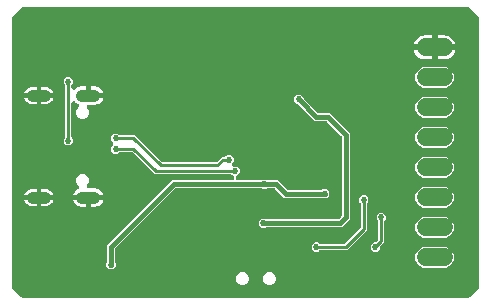
<source format=gbr>
G04 EAGLE Gerber RS-274X export*
G75*
%MOMM*%
%FSLAX34Y34*%
%LPD*%
%INBottom Copper*%
%IPPOS*%
%AMOC8*
5,1,8,0,0,1.08239X$1,22.5*%
G01*
%ADD10C,1.000000*%
%ADD11C,1.050000*%
%ADD12C,1.524000*%
%ADD13C,0.525000*%
%ADD14C,0.250000*%
%ADD15C,0.400000*%
%ADD16C,0.254000*%

G36*
X388388Y2005D02*
X388388Y2005D01*
X388434Y2003D01*
X388587Y2025D01*
X388741Y2041D01*
X388784Y2054D01*
X388829Y2061D01*
X388974Y2113D01*
X389122Y2159D01*
X389162Y2180D01*
X389205Y2196D01*
X389337Y2276D01*
X389473Y2350D01*
X389507Y2380D01*
X389546Y2403D01*
X389757Y2586D01*
X397414Y10243D01*
X397442Y10278D01*
X397476Y10309D01*
X397568Y10433D01*
X397667Y10552D01*
X397688Y10593D01*
X397715Y10629D01*
X397781Y10769D01*
X397853Y10906D01*
X397866Y10949D01*
X397885Y10990D01*
X397922Y11141D01*
X397965Y11289D01*
X397969Y11334D01*
X397980Y11378D01*
X397999Y11657D01*
X397999Y238343D01*
X397995Y238388D01*
X397997Y238434D01*
X397975Y238587D01*
X397959Y238741D01*
X397946Y238784D01*
X397939Y238829D01*
X397887Y238974D01*
X397841Y239122D01*
X397820Y239162D01*
X397804Y239205D01*
X397724Y239337D01*
X397650Y239473D01*
X397620Y239507D01*
X397597Y239546D01*
X397414Y239757D01*
X389757Y247414D01*
X389722Y247442D01*
X389691Y247476D01*
X389567Y247568D01*
X389448Y247667D01*
X389407Y247688D01*
X389371Y247715D01*
X389231Y247781D01*
X389094Y247853D01*
X389051Y247866D01*
X389010Y247885D01*
X388859Y247922D01*
X388711Y247965D01*
X388666Y247969D01*
X388622Y247980D01*
X388343Y247999D01*
X11657Y247999D01*
X11612Y247995D01*
X11566Y247997D01*
X11413Y247975D01*
X11259Y247959D01*
X11216Y247946D01*
X11171Y247939D01*
X11026Y247887D01*
X10878Y247841D01*
X10838Y247820D01*
X10795Y247804D01*
X10663Y247724D01*
X10527Y247650D01*
X10493Y247620D01*
X10454Y247597D01*
X10243Y247414D01*
X2586Y239757D01*
X2558Y239722D01*
X2524Y239691D01*
X2432Y239567D01*
X2333Y239448D01*
X2312Y239407D01*
X2285Y239371D01*
X2219Y239231D01*
X2147Y239094D01*
X2134Y239051D01*
X2115Y239010D01*
X2078Y238859D01*
X2035Y238711D01*
X2031Y238666D01*
X2020Y238622D01*
X2001Y238343D01*
X2001Y11657D01*
X2005Y11612D01*
X2003Y11566D01*
X2025Y11413D01*
X2041Y11259D01*
X2054Y11216D01*
X2061Y11171D01*
X2113Y11026D01*
X2159Y10878D01*
X2180Y10838D01*
X2196Y10795D01*
X2276Y10663D01*
X2350Y10527D01*
X2380Y10493D01*
X2403Y10454D01*
X2586Y10243D01*
X10243Y2586D01*
X10278Y2558D01*
X10309Y2524D01*
X10432Y2432D01*
X10552Y2333D01*
X10593Y2312D01*
X10629Y2285D01*
X10769Y2219D01*
X10906Y2147D01*
X10949Y2134D01*
X10990Y2115D01*
X11141Y2078D01*
X11289Y2035D01*
X11334Y2031D01*
X11378Y2020D01*
X11657Y2001D01*
X388343Y2001D01*
X388388Y2005D01*
G37*
%LPC*%
G36*
X84386Y26104D02*
X84386Y26104D01*
X82104Y28386D01*
X82104Y31614D01*
X82144Y31653D01*
X82172Y31688D01*
X82206Y31719D01*
X82298Y31842D01*
X82397Y31962D01*
X82418Y32003D01*
X82445Y32039D01*
X82511Y32179D01*
X82583Y32316D01*
X82596Y32359D01*
X82615Y32400D01*
X82652Y32551D01*
X82695Y32699D01*
X82699Y32744D01*
X82710Y32788D01*
X82729Y33067D01*
X82729Y46355D01*
X137645Y101271D01*
X188393Y101271D01*
X188408Y101272D01*
X188423Y101271D01*
X188607Y101292D01*
X188791Y101311D01*
X188805Y101315D01*
X188820Y101317D01*
X188996Y101374D01*
X189172Y101429D01*
X189186Y101436D01*
X189200Y101441D01*
X189360Y101531D01*
X189523Y101620D01*
X189534Y101630D01*
X189548Y101638D01*
X189687Y101759D01*
X189828Y101878D01*
X189837Y101890D01*
X189849Y101900D01*
X189962Y102046D01*
X190076Y102191D01*
X190083Y102204D01*
X190092Y102216D01*
X190174Y102382D01*
X190257Y102547D01*
X190261Y102561D01*
X190268Y102575D01*
X190315Y102754D01*
X190364Y102932D01*
X190365Y102947D01*
X190369Y102962D01*
X190379Y103145D01*
X190392Y103330D01*
X190390Y103345D01*
X190390Y103360D01*
X190364Y103542D01*
X190340Y103726D01*
X190335Y103741D01*
X190333Y103756D01*
X190270Y103929D01*
X190210Y104104D01*
X190202Y104117D01*
X190197Y104132D01*
X190101Y104290D01*
X190008Y104449D01*
X189998Y104460D01*
X189990Y104473D01*
X189807Y104684D01*
X188597Y105894D01*
X188562Y105922D01*
X188531Y105956D01*
X188407Y106049D01*
X188288Y106147D01*
X188247Y106168D01*
X188211Y106195D01*
X188071Y106261D01*
X187934Y106333D01*
X187891Y106346D01*
X187850Y106365D01*
X187699Y106402D01*
X187551Y106445D01*
X187506Y106449D01*
X187462Y106460D01*
X187183Y106479D01*
X122956Y106479D01*
X104541Y124894D01*
X104506Y124922D01*
X104476Y124956D01*
X104352Y125048D01*
X104232Y125147D01*
X104192Y125168D01*
X104156Y125195D01*
X104016Y125261D01*
X103879Y125333D01*
X103835Y125346D01*
X103794Y125365D01*
X103644Y125402D01*
X103496Y125445D01*
X103450Y125449D01*
X103406Y125460D01*
X103128Y125479D01*
X93817Y125479D01*
X93772Y125475D01*
X93726Y125477D01*
X93573Y125455D01*
X93419Y125439D01*
X93376Y125426D01*
X93331Y125419D01*
X93185Y125367D01*
X93038Y125321D01*
X92998Y125300D01*
X92955Y125284D01*
X92823Y125204D01*
X92687Y125130D01*
X92653Y125100D01*
X92614Y125077D01*
X92403Y124894D01*
X91614Y124104D01*
X88386Y124104D01*
X86104Y126386D01*
X86104Y129614D01*
X87577Y131086D01*
X87596Y131110D01*
X87619Y131130D01*
X87722Y131264D01*
X87830Y131396D01*
X87844Y131422D01*
X87862Y131446D01*
X87937Y131599D01*
X88016Y131749D01*
X88025Y131778D01*
X88038Y131805D01*
X88081Y131969D01*
X88128Y132132D01*
X88131Y132162D01*
X88139Y132192D01*
X88148Y132360D01*
X88162Y132530D01*
X88159Y132560D01*
X88160Y132590D01*
X88136Y132758D01*
X88116Y132927D01*
X88107Y132956D01*
X88103Y132986D01*
X88045Y133146D01*
X87993Y133307D01*
X87978Y133333D01*
X87967Y133362D01*
X87879Y133506D01*
X87796Y133654D01*
X87776Y133677D01*
X87760Y133703D01*
X87577Y133914D01*
X86104Y135386D01*
X86104Y138614D01*
X88386Y140896D01*
X91614Y140896D01*
X92403Y140106D01*
X92438Y140078D01*
X92469Y140044D01*
X92592Y139952D01*
X92712Y139853D01*
X92753Y139832D01*
X92789Y139805D01*
X92929Y139739D01*
X93066Y139667D01*
X93109Y139654D01*
X93150Y139635D01*
X93301Y139598D01*
X93449Y139555D01*
X93494Y139551D01*
X93538Y139540D01*
X93817Y139521D01*
X106044Y139521D01*
X128459Y117106D01*
X128494Y117078D01*
X128524Y117044D01*
X128648Y116952D01*
X128768Y116853D01*
X128808Y116832D01*
X128844Y116805D01*
X128984Y116739D01*
X129121Y116667D01*
X129165Y116654D01*
X129206Y116635D01*
X129356Y116598D01*
X129504Y116555D01*
X129550Y116551D01*
X129594Y116540D01*
X129872Y116521D01*
X174128Y116521D01*
X174173Y116525D01*
X174218Y116523D01*
X174371Y116545D01*
X174525Y116561D01*
X174568Y116574D01*
X174613Y116581D01*
X174759Y116633D01*
X174907Y116679D01*
X174947Y116700D01*
X174989Y116716D01*
X175121Y116796D01*
X175257Y116870D01*
X175292Y116900D01*
X175331Y116923D01*
X175541Y117106D01*
X179956Y121521D01*
X182183Y121521D01*
X182228Y121525D01*
X182274Y121523D01*
X182427Y121545D01*
X182581Y121561D01*
X182624Y121574D01*
X182669Y121581D01*
X182815Y121633D01*
X182962Y121679D01*
X183002Y121700D01*
X183045Y121716D01*
X183177Y121796D01*
X183313Y121870D01*
X183347Y121900D01*
X183386Y121923D01*
X183597Y122106D01*
X184386Y122896D01*
X187614Y122896D01*
X189896Y120614D01*
X189896Y117386D01*
X188818Y116309D01*
X188809Y116297D01*
X188797Y116287D01*
X188682Y116142D01*
X188565Y115999D01*
X188558Y115986D01*
X188549Y115974D01*
X188465Y115809D01*
X188379Y115646D01*
X188375Y115632D01*
X188368Y115618D01*
X188319Y115441D01*
X188267Y115263D01*
X188265Y115248D01*
X188261Y115233D01*
X188248Y115050D01*
X188233Y114865D01*
X188234Y114850D01*
X188233Y114835D01*
X188257Y114651D01*
X188279Y114468D01*
X188283Y114454D01*
X188285Y114439D01*
X188345Y114263D01*
X188402Y114088D01*
X188410Y114075D01*
X188415Y114061D01*
X188508Y113901D01*
X188599Y113741D01*
X188609Y113729D01*
X188617Y113716D01*
X188740Y113579D01*
X188861Y113439D01*
X188873Y113430D01*
X188883Y113419D01*
X189031Y113309D01*
X189178Y113196D01*
X189192Y113189D01*
X189204Y113180D01*
X189371Y113102D01*
X189537Y113020D01*
X189551Y113017D01*
X189565Y113010D01*
X189745Y112966D01*
X189923Y112920D01*
X189938Y112919D01*
X189953Y112915D01*
X190232Y112896D01*
X192614Y112896D01*
X194896Y110614D01*
X194896Y107386D01*
X192193Y104684D01*
X192183Y104672D01*
X192172Y104662D01*
X192058Y104518D01*
X191940Y104374D01*
X191933Y104361D01*
X191924Y104349D01*
X191840Y104185D01*
X191754Y104021D01*
X191750Y104007D01*
X191743Y103993D01*
X191694Y103816D01*
X191642Y103638D01*
X191640Y103623D01*
X191636Y103608D01*
X191623Y103425D01*
X191608Y103240D01*
X191609Y103225D01*
X191608Y103210D01*
X191632Y103026D01*
X191654Y102843D01*
X191658Y102829D01*
X191660Y102814D01*
X191720Y102638D01*
X191777Y102463D01*
X191785Y102450D01*
X191790Y102436D01*
X191883Y102277D01*
X191974Y102116D01*
X191984Y102104D01*
X191992Y102091D01*
X192115Y101954D01*
X192236Y101814D01*
X192248Y101805D01*
X192258Y101794D01*
X192406Y101684D01*
X192553Y101571D01*
X192567Y101564D01*
X192579Y101555D01*
X192745Y101477D01*
X192912Y101395D01*
X192926Y101392D01*
X192940Y101385D01*
X193120Y101341D01*
X193298Y101295D01*
X193313Y101294D01*
X193328Y101290D01*
X193607Y101271D01*
X212933Y101271D01*
X212978Y101275D01*
X213024Y101273D01*
X213177Y101295D01*
X213331Y101311D01*
X213374Y101324D01*
X213419Y101331D01*
X213565Y101383D01*
X213712Y101429D01*
X213752Y101450D01*
X213795Y101466D01*
X213927Y101546D01*
X214063Y101620D01*
X214097Y101650D01*
X214136Y101673D01*
X214347Y101856D01*
X214386Y101896D01*
X217614Y101896D01*
X217653Y101856D01*
X217688Y101828D01*
X217719Y101794D01*
X217842Y101702D01*
X217962Y101603D01*
X218003Y101582D01*
X218039Y101555D01*
X218179Y101489D01*
X218316Y101417D01*
X218359Y101404D01*
X218400Y101385D01*
X218551Y101348D01*
X218699Y101305D01*
X218744Y101301D01*
X218788Y101290D01*
X219067Y101271D01*
X227355Y101271D01*
X234769Y93856D01*
X234804Y93828D01*
X234835Y93794D01*
X234959Y93702D01*
X235078Y93603D01*
X235119Y93582D01*
X235155Y93555D01*
X235295Y93489D01*
X235432Y93417D01*
X235475Y93404D01*
X235516Y93385D01*
X235667Y93348D01*
X235815Y93305D01*
X235860Y93301D01*
X235904Y93290D01*
X236183Y93271D01*
X263933Y93271D01*
X263978Y93275D01*
X264024Y93273D01*
X264177Y93295D01*
X264331Y93311D01*
X264374Y93324D01*
X264419Y93331D01*
X264564Y93383D01*
X264712Y93429D01*
X264752Y93451D01*
X264795Y93466D01*
X264927Y93546D01*
X265063Y93620D01*
X265098Y93650D01*
X265136Y93673D01*
X265347Y93856D01*
X265386Y93896D01*
X268614Y93896D01*
X270896Y91614D01*
X270896Y88386D01*
X268614Y86104D01*
X265386Y86104D01*
X265347Y86144D01*
X265312Y86172D01*
X265282Y86206D01*
X265158Y86298D01*
X265038Y86396D01*
X264997Y86418D01*
X264961Y86445D01*
X264822Y86510D01*
X264684Y86583D01*
X264641Y86596D01*
X264600Y86615D01*
X264450Y86652D01*
X264301Y86695D01*
X264256Y86699D01*
X264212Y86710D01*
X263933Y86729D01*
X232645Y86729D01*
X225231Y94144D01*
X225196Y94172D01*
X225165Y94206D01*
X225041Y94298D01*
X224922Y94397D01*
X224881Y94418D01*
X224845Y94445D01*
X224705Y94511D01*
X224568Y94583D01*
X224525Y94596D01*
X224484Y94615D01*
X224333Y94652D01*
X224185Y94695D01*
X224140Y94699D01*
X224096Y94710D01*
X223817Y94729D01*
X219067Y94729D01*
X219022Y94725D01*
X218976Y94727D01*
X218823Y94705D01*
X218669Y94689D01*
X218626Y94676D01*
X218581Y94669D01*
X218435Y94617D01*
X218288Y94571D01*
X218248Y94550D01*
X218205Y94534D01*
X218073Y94454D01*
X217937Y94380D01*
X217903Y94350D01*
X217864Y94327D01*
X217653Y94144D01*
X217614Y94104D01*
X214386Y94104D01*
X214347Y94144D01*
X214312Y94172D01*
X214281Y94206D01*
X214158Y94298D01*
X214038Y94397D01*
X213997Y94418D01*
X213961Y94445D01*
X213821Y94511D01*
X213684Y94583D01*
X213641Y94596D01*
X213600Y94615D01*
X213449Y94652D01*
X213301Y94695D01*
X213256Y94699D01*
X213212Y94710D01*
X212933Y94729D01*
X141183Y94729D01*
X141138Y94725D01*
X141092Y94727D01*
X140939Y94705D01*
X140785Y94689D01*
X140742Y94676D01*
X140697Y94669D01*
X140552Y94617D01*
X140404Y94571D01*
X140364Y94550D01*
X140321Y94534D01*
X140189Y94454D01*
X140053Y94380D01*
X140019Y94350D01*
X139980Y94327D01*
X139769Y94144D01*
X89856Y44231D01*
X89828Y44196D01*
X89794Y44165D01*
X89702Y44041D01*
X89603Y43922D01*
X89582Y43881D01*
X89555Y43845D01*
X89489Y43705D01*
X89417Y43568D01*
X89404Y43525D01*
X89385Y43484D01*
X89348Y43333D01*
X89305Y43185D01*
X89301Y43140D01*
X89290Y43096D01*
X89271Y42817D01*
X89271Y33067D01*
X89275Y33022D01*
X89273Y32976D01*
X89295Y32823D01*
X89311Y32669D01*
X89324Y32626D01*
X89331Y32581D01*
X89383Y32435D01*
X89429Y32288D01*
X89450Y32248D01*
X89466Y32205D01*
X89546Y32073D01*
X89620Y31937D01*
X89650Y31903D01*
X89673Y31864D01*
X89856Y31653D01*
X89896Y31614D01*
X89896Y28386D01*
X87614Y26104D01*
X84386Y26104D01*
G37*
%LPD*%
%LPC*%
G36*
X213386Y61104D02*
X213386Y61104D01*
X211104Y63386D01*
X211104Y66614D01*
X213386Y68896D01*
X216614Y68896D01*
X216653Y68856D01*
X216688Y68828D01*
X216719Y68794D01*
X216842Y68702D01*
X216962Y68603D01*
X217003Y68582D01*
X217039Y68555D01*
X217179Y68489D01*
X217316Y68417D01*
X217359Y68404D01*
X217400Y68385D01*
X217551Y68348D01*
X217699Y68305D01*
X217744Y68301D01*
X217788Y68290D01*
X218067Y68271D01*
X277817Y68271D01*
X277862Y68275D01*
X277908Y68273D01*
X278061Y68295D01*
X278215Y68311D01*
X278258Y68324D01*
X278303Y68331D01*
X278448Y68383D01*
X278596Y68429D01*
X278636Y68450D01*
X278679Y68466D01*
X278811Y68546D01*
X278947Y68620D01*
X278981Y68650D01*
X279020Y68673D01*
X279231Y68856D01*
X281144Y70769D01*
X281172Y70804D01*
X281206Y70835D01*
X281298Y70959D01*
X281397Y71078D01*
X281418Y71119D01*
X281445Y71155D01*
X281511Y71295D01*
X281583Y71432D01*
X281596Y71475D01*
X281615Y71516D01*
X281652Y71667D01*
X281695Y71815D01*
X281699Y71860D01*
X281710Y71904D01*
X281729Y72183D01*
X281729Y137817D01*
X281725Y137862D01*
X281727Y137908D01*
X281705Y138061D01*
X281689Y138215D01*
X281676Y138258D01*
X281669Y138303D01*
X281617Y138448D01*
X281571Y138596D01*
X281550Y138636D01*
X281534Y138679D01*
X281454Y138811D01*
X281380Y138947D01*
X281350Y138981D01*
X281327Y139020D01*
X281144Y139231D01*
X269231Y151144D01*
X269196Y151172D01*
X269165Y151206D01*
X269041Y151298D01*
X268922Y151397D01*
X268881Y151418D01*
X268845Y151445D01*
X268705Y151511D01*
X268568Y151583D01*
X268525Y151596D01*
X268484Y151615D01*
X268333Y151652D01*
X268185Y151695D01*
X268140Y151699D01*
X268096Y151710D01*
X267817Y151729D01*
X258645Y151729D01*
X244856Y165519D01*
X244821Y165547D01*
X244790Y165581D01*
X244666Y165673D01*
X244547Y165772D01*
X244506Y165793D01*
X244470Y165820D01*
X244330Y165886D01*
X244193Y165958D01*
X244150Y165971D01*
X244109Y165990D01*
X243958Y166027D01*
X243810Y166070D01*
X243765Y166074D01*
X243721Y166085D01*
X243442Y166104D01*
X243386Y166104D01*
X241104Y168386D01*
X241104Y171614D01*
X243386Y173896D01*
X246614Y173896D01*
X248896Y171614D01*
X248896Y171558D01*
X248900Y171513D01*
X248898Y171467D01*
X248920Y171314D01*
X248936Y171160D01*
X248949Y171117D01*
X248956Y171072D01*
X249008Y170927D01*
X249054Y170779D01*
X249075Y170739D01*
X249091Y170696D01*
X249171Y170564D01*
X249245Y170428D01*
X249275Y170394D01*
X249298Y170355D01*
X249481Y170144D01*
X260769Y158856D01*
X260804Y158828D01*
X260835Y158794D01*
X260959Y158702D01*
X261078Y158603D01*
X261119Y158582D01*
X261155Y158555D01*
X261295Y158489D01*
X261432Y158417D01*
X261475Y158404D01*
X261516Y158385D01*
X261667Y158348D01*
X261815Y158305D01*
X261860Y158301D01*
X261904Y158290D01*
X262183Y158271D01*
X271355Y158271D01*
X288271Y141355D01*
X288271Y68645D01*
X281355Y61729D01*
X218067Y61729D01*
X218022Y61725D01*
X217976Y61727D01*
X217823Y61705D01*
X217669Y61689D01*
X217626Y61676D01*
X217581Y61669D01*
X217435Y61617D01*
X217288Y61571D01*
X217248Y61550D01*
X217205Y61534D01*
X217073Y61454D01*
X216937Y61380D01*
X216903Y61350D01*
X216864Y61327D01*
X216653Y61144D01*
X216614Y61104D01*
X213386Y61104D01*
G37*
%LPD*%
%LPC*%
G36*
X48386Y131104D02*
X48386Y131104D01*
X46104Y133386D01*
X46104Y136614D01*
X46874Y137383D01*
X46902Y137418D01*
X46936Y137449D01*
X47028Y137572D01*
X47127Y137692D01*
X47148Y137733D01*
X47175Y137769D01*
X47241Y137909D01*
X47313Y138046D01*
X47326Y138089D01*
X47345Y138130D01*
X47382Y138281D01*
X47425Y138429D01*
X47429Y138474D01*
X47440Y138518D01*
X47459Y138797D01*
X47459Y181203D01*
X47455Y181248D01*
X47457Y181294D01*
X47435Y181447D01*
X47419Y181601D01*
X47406Y181644D01*
X47399Y181689D01*
X47347Y181835D01*
X47301Y181982D01*
X47280Y182022D01*
X47264Y182065D01*
X47184Y182197D01*
X47110Y182333D01*
X47080Y182367D01*
X47057Y182406D01*
X46874Y182617D01*
X46104Y183386D01*
X46104Y186614D01*
X48386Y188896D01*
X51614Y188896D01*
X53896Y186614D01*
X53896Y183386D01*
X53126Y182617D01*
X53098Y182582D01*
X53064Y182551D01*
X52972Y182428D01*
X52873Y182308D01*
X52852Y182267D01*
X52825Y182231D01*
X52759Y182091D01*
X52687Y181954D01*
X52674Y181911D01*
X52655Y181870D01*
X52618Y181719D01*
X52575Y181571D01*
X52571Y181526D01*
X52560Y181482D01*
X52541Y181203D01*
X52541Y180035D01*
X52542Y180020D01*
X52541Y180005D01*
X52562Y179821D01*
X52581Y179638D01*
X52585Y179623D01*
X52587Y179608D01*
X52644Y179432D01*
X52699Y179256D01*
X52706Y179243D01*
X52711Y179228D01*
X52802Y179068D01*
X52890Y178906D01*
X52900Y178894D01*
X52908Y178881D01*
X53029Y178741D01*
X53148Y178600D01*
X53160Y178591D01*
X53170Y178579D01*
X53316Y178467D01*
X53461Y178352D01*
X53474Y178345D01*
X53486Y178336D01*
X53652Y178255D01*
X53817Y178171D01*
X53831Y178167D01*
X53845Y178160D01*
X54025Y178114D01*
X54202Y178065D01*
X54217Y178064D01*
X54232Y178060D01*
X54416Y178050D01*
X54600Y178037D01*
X54615Y178039D01*
X54630Y178038D01*
X54813Y178065D01*
X54996Y178089D01*
X55011Y178094D01*
X55026Y178096D01*
X55199Y178158D01*
X55374Y178218D01*
X55387Y178226D01*
X55402Y178231D01*
X55560Y178327D01*
X55719Y178420D01*
X55730Y178430D01*
X55743Y178438D01*
X55954Y178621D01*
X56584Y179251D01*
X57860Y180104D01*
X59277Y180691D01*
X60783Y180991D01*
X64801Y180991D01*
X64801Y173200D01*
X64804Y173170D01*
X64801Y173140D01*
X64824Y172972D01*
X64840Y172803D01*
X64849Y172774D01*
X64853Y172744D01*
X64908Y172584D01*
X64959Y172421D01*
X64973Y172395D01*
X64983Y172366D01*
X65069Y172220D01*
X65150Y172071D01*
X65170Y172048D01*
X65185Y172022D01*
X65298Y171895D01*
X65408Y171765D01*
X65432Y171746D01*
X65452Y171724D01*
X65588Y171622D01*
X65721Y171517D01*
X65748Y171503D01*
X65772Y171485D01*
X65926Y171413D01*
X66077Y171336D01*
X66106Y171328D01*
X66134Y171315D01*
X66299Y171275D01*
X66462Y171229D01*
X66492Y171227D01*
X66522Y171220D01*
X66800Y171201D01*
X79596Y171201D01*
X79541Y170927D01*
X78954Y169510D01*
X78101Y168234D01*
X77016Y167149D01*
X75740Y166296D01*
X74323Y165709D01*
X72817Y165409D01*
X67543Y165409D01*
X67528Y165408D01*
X67513Y165409D01*
X67328Y165388D01*
X67146Y165369D01*
X67131Y165365D01*
X67116Y165363D01*
X66940Y165306D01*
X66764Y165251D01*
X66751Y165244D01*
X66736Y165239D01*
X66576Y165149D01*
X66414Y165060D01*
X66402Y165050D01*
X66389Y165042D01*
X66249Y164921D01*
X66108Y164802D01*
X66099Y164790D01*
X66087Y164780D01*
X65975Y164634D01*
X65860Y164489D01*
X65853Y164476D01*
X65844Y164464D01*
X65763Y164298D01*
X65679Y164133D01*
X65675Y164118D01*
X65668Y164105D01*
X65622Y163926D01*
X65573Y163748D01*
X65571Y163733D01*
X65568Y163718D01*
X65558Y163534D01*
X65545Y163350D01*
X65547Y163335D01*
X65546Y163319D01*
X65572Y163137D01*
X65597Y162954D01*
X65601Y162939D01*
X65604Y162924D01*
X65667Y162749D01*
X65726Y162576D01*
X65734Y162563D01*
X65739Y162548D01*
X65835Y162390D01*
X65928Y162231D01*
X65938Y162220D01*
X65946Y162207D01*
X66129Y161996D01*
X66251Y161874D01*
X67051Y159944D01*
X67051Y157856D01*
X66251Y155926D01*
X64774Y154449D01*
X62844Y153649D01*
X60756Y153649D01*
X58826Y154449D01*
X57349Y155926D01*
X56549Y157856D01*
X56549Y159944D01*
X57349Y161874D01*
X58509Y163035D01*
X58523Y163052D01*
X58541Y163067D01*
X58650Y163208D01*
X58762Y163344D01*
X58773Y163364D01*
X58787Y163382D01*
X58866Y163541D01*
X58948Y163697D01*
X58955Y163719D01*
X58965Y163740D01*
X59011Y163910D01*
X59061Y164081D01*
X59063Y164103D01*
X59068Y164125D01*
X59079Y164301D01*
X59095Y164479D01*
X59092Y164501D01*
X59093Y164524D01*
X59069Y164699D01*
X59049Y164875D01*
X59042Y164897D01*
X59038Y164920D01*
X58980Y165087D01*
X58925Y165255D01*
X58914Y165275D01*
X58906Y165296D01*
X58816Y165448D01*
X58728Y165603D01*
X58713Y165620D01*
X58701Y165639D01*
X58582Y165771D01*
X58466Y165904D01*
X58448Y165918D01*
X58433Y165935D01*
X58290Y166040D01*
X58149Y166148D01*
X58129Y166158D01*
X58110Y166171D01*
X57861Y166296D01*
X57860Y166296D01*
X56584Y167149D01*
X55954Y167779D01*
X55942Y167788D01*
X55932Y167800D01*
X55787Y167914D01*
X55644Y168031D01*
X55631Y168038D01*
X55619Y168048D01*
X55454Y168132D01*
X55291Y168218D01*
X55277Y168222D01*
X55263Y168229D01*
X55086Y168278D01*
X54908Y168330D01*
X54893Y168331D01*
X54878Y168335D01*
X54695Y168348D01*
X54510Y168364D01*
X54495Y168362D01*
X54480Y168363D01*
X54296Y168339D01*
X54113Y168318D01*
X54099Y168313D01*
X54084Y168311D01*
X53909Y168251D01*
X53733Y168194D01*
X53720Y168187D01*
X53706Y168182D01*
X53547Y168088D01*
X53386Y167997D01*
X53374Y167987D01*
X53361Y167980D01*
X53224Y167857D01*
X53084Y167735D01*
X53075Y167723D01*
X53064Y167713D01*
X52954Y167566D01*
X52841Y167419D01*
X52834Y167405D01*
X52825Y167393D01*
X52747Y167226D01*
X52665Y167060D01*
X52662Y167045D01*
X52655Y167031D01*
X52611Y166852D01*
X52565Y166673D01*
X52564Y166658D01*
X52560Y166643D01*
X52541Y166365D01*
X52541Y138797D01*
X52545Y138752D01*
X52543Y138706D01*
X52565Y138553D01*
X52581Y138399D01*
X52594Y138356D01*
X52601Y138311D01*
X52653Y138165D01*
X52699Y138018D01*
X52720Y137978D01*
X52736Y137935D01*
X52816Y137803D01*
X52890Y137667D01*
X52920Y137633D01*
X52943Y137594D01*
X53126Y137383D01*
X53896Y136614D01*
X53896Y133386D01*
X51614Y131104D01*
X48386Y131104D01*
G37*
%LPD*%
%LPC*%
G36*
X350612Y179609D02*
X350612Y179609D01*
X347344Y180963D01*
X344843Y183464D01*
X343489Y186732D01*
X343489Y190268D01*
X344843Y193536D01*
X347344Y196037D01*
X350612Y197391D01*
X369388Y197391D01*
X372656Y196037D01*
X375157Y193536D01*
X376511Y190268D01*
X376511Y186732D01*
X375157Y183464D01*
X372656Y180963D01*
X369388Y179609D01*
X350612Y179609D01*
G37*
%LPD*%
%LPC*%
G36*
X350612Y154209D02*
X350612Y154209D01*
X347344Y155563D01*
X344843Y158064D01*
X343489Y161332D01*
X343489Y164868D01*
X344843Y168136D01*
X347344Y170637D01*
X350612Y171991D01*
X369388Y171991D01*
X372656Y170637D01*
X375157Y168136D01*
X376511Y164868D01*
X376511Y161332D01*
X375157Y158064D01*
X372656Y155563D01*
X369388Y154209D01*
X350612Y154209D01*
G37*
%LPD*%
%LPC*%
G36*
X350612Y128809D02*
X350612Y128809D01*
X347344Y130163D01*
X344843Y132664D01*
X343489Y135932D01*
X343489Y139468D01*
X344843Y142736D01*
X347344Y145237D01*
X350612Y146591D01*
X369388Y146591D01*
X372656Y145237D01*
X375157Y142736D01*
X376511Y139468D01*
X376511Y135932D01*
X375157Y132664D01*
X372656Y130163D01*
X369388Y128809D01*
X350612Y128809D01*
G37*
%LPD*%
%LPC*%
G36*
X350612Y103409D02*
X350612Y103409D01*
X347344Y104763D01*
X344843Y107264D01*
X343489Y110532D01*
X343489Y114068D01*
X344843Y117336D01*
X347344Y119837D01*
X350612Y121191D01*
X369388Y121191D01*
X372656Y119837D01*
X375157Y117336D01*
X376511Y114068D01*
X376511Y110532D01*
X375157Y107264D01*
X372656Y104763D01*
X369388Y103409D01*
X350612Y103409D01*
G37*
%LPD*%
%LPC*%
G36*
X350612Y78009D02*
X350612Y78009D01*
X347344Y79363D01*
X344843Y81864D01*
X343489Y85132D01*
X343489Y88668D01*
X344843Y91936D01*
X347344Y94437D01*
X350612Y95791D01*
X369388Y95791D01*
X372656Y94437D01*
X375157Y91936D01*
X376511Y88668D01*
X376511Y85132D01*
X375157Y81864D01*
X372656Y79363D01*
X369388Y78009D01*
X350612Y78009D01*
G37*
%LPD*%
%LPC*%
G36*
X350612Y52609D02*
X350612Y52609D01*
X347344Y53963D01*
X344843Y56464D01*
X343489Y59732D01*
X343489Y63268D01*
X344843Y66536D01*
X347344Y69037D01*
X350612Y70391D01*
X369388Y70391D01*
X372656Y69037D01*
X375157Y66536D01*
X376511Y63268D01*
X376511Y59732D01*
X375157Y56464D01*
X372656Y53963D01*
X369388Y52609D01*
X350612Y52609D01*
G37*
%LPD*%
%LPC*%
G36*
X350612Y27209D02*
X350612Y27209D01*
X347344Y28563D01*
X344843Y31064D01*
X343489Y34332D01*
X343489Y37868D01*
X344843Y41136D01*
X347344Y43637D01*
X350612Y44991D01*
X369388Y44991D01*
X372656Y43637D01*
X375157Y41136D01*
X376511Y37868D01*
X376511Y34332D01*
X375157Y31064D01*
X372656Y28563D01*
X369388Y27209D01*
X350612Y27209D01*
G37*
%LPD*%
%LPC*%
G36*
X258386Y41104D02*
X258386Y41104D01*
X256104Y43386D01*
X256104Y46614D01*
X258386Y48896D01*
X261614Y48896D01*
X262383Y48126D01*
X262418Y48098D01*
X262449Y48064D01*
X262572Y47972D01*
X262692Y47873D01*
X262733Y47852D01*
X262769Y47825D01*
X262909Y47759D01*
X263046Y47687D01*
X263089Y47674D01*
X263130Y47655D01*
X263281Y47618D01*
X263429Y47575D01*
X263474Y47571D01*
X263518Y47560D01*
X263797Y47541D01*
X283119Y47541D01*
X283165Y47545D01*
X283210Y47543D01*
X283363Y47565D01*
X283517Y47581D01*
X283560Y47594D01*
X283605Y47601D01*
X283751Y47653D01*
X283898Y47699D01*
X283938Y47720D01*
X283981Y47736D01*
X284113Y47816D01*
X284249Y47890D01*
X284284Y47920D01*
X284322Y47943D01*
X284533Y48126D01*
X296874Y60467D01*
X296902Y60502D01*
X296936Y60532D01*
X297028Y60656D01*
X297127Y60776D01*
X297148Y60816D01*
X297175Y60853D01*
X297241Y60993D01*
X297313Y61129D01*
X297326Y61173D01*
X297345Y61214D01*
X297382Y61364D01*
X297425Y61513D01*
X297429Y61558D01*
X297440Y61602D01*
X297459Y61881D01*
X297459Y81203D01*
X297455Y81248D01*
X297457Y81294D01*
X297435Y81447D01*
X297419Y81601D01*
X297406Y81644D01*
X297399Y81689D01*
X297347Y81835D01*
X297301Y81982D01*
X297280Y82022D01*
X297264Y82065D01*
X297184Y82197D01*
X297110Y82333D01*
X297080Y82367D01*
X297057Y82406D01*
X296874Y82617D01*
X296104Y83386D01*
X296104Y86614D01*
X298386Y88896D01*
X301614Y88896D01*
X303896Y86614D01*
X303896Y83386D01*
X303126Y82617D01*
X303098Y82582D01*
X303064Y82551D01*
X302972Y82428D01*
X302873Y82308D01*
X302852Y82267D01*
X302825Y82231D01*
X302759Y82091D01*
X302687Y81954D01*
X302674Y81911D01*
X302655Y81870D01*
X302618Y81719D01*
X302575Y81571D01*
X302571Y81526D01*
X302560Y81482D01*
X302541Y81203D01*
X302541Y58948D01*
X286052Y42459D01*
X263797Y42459D01*
X263752Y42455D01*
X263706Y42457D01*
X263553Y42435D01*
X263399Y42419D01*
X263356Y42406D01*
X263311Y42399D01*
X263165Y42347D01*
X263018Y42301D01*
X262978Y42280D01*
X262935Y42264D01*
X262803Y42184D01*
X262667Y42110D01*
X262633Y42080D01*
X262594Y42057D01*
X262383Y41874D01*
X261614Y41104D01*
X258386Y41104D01*
G37*
%LPD*%
%LPC*%
G36*
X66800Y88799D02*
X66800Y88799D01*
X54004Y88799D01*
X54059Y89073D01*
X54646Y90490D01*
X55499Y91766D01*
X56584Y92851D01*
X57860Y93704D01*
X57861Y93704D01*
X57881Y93715D01*
X57902Y93722D01*
X58057Y93810D01*
X58212Y93893D01*
X58230Y93908D01*
X58250Y93919D01*
X58384Y94036D01*
X58520Y94148D01*
X58534Y94166D01*
X58551Y94181D01*
X58659Y94322D01*
X58770Y94460D01*
X58781Y94480D01*
X58795Y94498D01*
X58873Y94657D01*
X58954Y94814D01*
X58960Y94836D01*
X58970Y94857D01*
X59015Y95027D01*
X59063Y95198D01*
X59065Y95221D01*
X59071Y95243D01*
X59080Y95419D01*
X59094Y95597D01*
X59091Y95619D01*
X59093Y95642D01*
X59067Y95816D01*
X59045Y95993D01*
X59038Y96015D01*
X59035Y96037D01*
X58975Y96203D01*
X58919Y96372D01*
X58907Y96392D01*
X58900Y96413D01*
X58808Y96564D01*
X58719Y96718D01*
X58704Y96735D01*
X58692Y96754D01*
X58509Y96965D01*
X57349Y98126D01*
X56549Y100056D01*
X56549Y102144D01*
X57349Y104074D01*
X58826Y105551D01*
X60756Y106351D01*
X62844Y106351D01*
X64774Y105551D01*
X66251Y104074D01*
X67051Y102144D01*
X67051Y100056D01*
X66251Y98126D01*
X66129Y98004D01*
X66120Y97992D01*
X66108Y97982D01*
X65993Y97837D01*
X65877Y97694D01*
X65870Y97681D01*
X65860Y97669D01*
X65776Y97503D01*
X65690Y97341D01*
X65686Y97327D01*
X65679Y97313D01*
X65629Y97134D01*
X65578Y96958D01*
X65577Y96943D01*
X65573Y96928D01*
X65560Y96744D01*
X65544Y96560D01*
X65546Y96545D01*
X65545Y96530D01*
X65569Y96347D01*
X65590Y96163D01*
X65595Y96149D01*
X65597Y96134D01*
X65656Y95959D01*
X65714Y95783D01*
X65721Y95770D01*
X65726Y95756D01*
X65820Y95596D01*
X65911Y95436D01*
X65921Y95424D01*
X65928Y95411D01*
X66052Y95274D01*
X66173Y95134D01*
X66185Y95125D01*
X66195Y95114D01*
X66343Y95003D01*
X66489Y94891D01*
X66503Y94884D01*
X66515Y94875D01*
X66682Y94797D01*
X66848Y94715D01*
X66863Y94712D01*
X66876Y94705D01*
X67056Y94661D01*
X67235Y94615D01*
X67250Y94614D01*
X67264Y94610D01*
X67543Y94591D01*
X72817Y94591D01*
X74323Y94291D01*
X75740Y93704D01*
X77016Y92851D01*
X78101Y91766D01*
X78954Y90490D01*
X79541Y89073D01*
X79596Y88799D01*
X66800Y88799D01*
X66800Y88799D01*
G37*
%LPD*%
%LPC*%
G36*
X308386Y41104D02*
X308386Y41104D01*
X306104Y43386D01*
X306104Y46614D01*
X308386Y48896D01*
X309503Y48896D01*
X309548Y48900D01*
X309593Y48898D01*
X309746Y48920D01*
X309900Y48936D01*
X309943Y48949D01*
X309988Y48956D01*
X310134Y49008D01*
X310282Y49054D01*
X310322Y49075D01*
X310364Y49091D01*
X310496Y49171D01*
X310632Y49245D01*
X310667Y49275D01*
X310706Y49298D01*
X310916Y49481D01*
X311894Y50459D01*
X311922Y50494D01*
X311956Y50524D01*
X312048Y50648D01*
X312147Y50768D01*
X312168Y50808D01*
X312195Y50844D01*
X312261Y50984D01*
X312333Y51121D01*
X312346Y51165D01*
X312365Y51206D01*
X312402Y51356D01*
X312445Y51504D01*
X312449Y51550D01*
X312460Y51594D01*
X312479Y51872D01*
X312479Y66183D01*
X312475Y66228D01*
X312477Y66274D01*
X312455Y66427D01*
X312439Y66581D01*
X312426Y66624D01*
X312419Y66669D01*
X312367Y66815D01*
X312321Y66962D01*
X312300Y67002D01*
X312284Y67045D01*
X312204Y67177D01*
X312130Y67313D01*
X312100Y67347D01*
X312077Y67386D01*
X311894Y67597D01*
X311104Y68386D01*
X311104Y71614D01*
X313386Y73896D01*
X316614Y73896D01*
X318896Y71614D01*
X318896Y68386D01*
X318106Y67597D01*
X318078Y67562D01*
X318044Y67531D01*
X317952Y67408D01*
X317853Y67288D01*
X317832Y67247D01*
X317805Y67211D01*
X317739Y67071D01*
X317667Y66934D01*
X317654Y66891D01*
X317635Y66850D01*
X317598Y66699D01*
X317555Y66551D01*
X317551Y66506D01*
X317540Y66462D01*
X317521Y66183D01*
X317521Y48956D01*
X314481Y45916D01*
X314453Y45881D01*
X314419Y45851D01*
X314327Y45727D01*
X314228Y45607D01*
X314207Y45567D01*
X314180Y45531D01*
X314114Y45391D01*
X314042Y45254D01*
X314029Y45210D01*
X314010Y45169D01*
X313973Y45019D01*
X313930Y44871D01*
X313926Y44825D01*
X313915Y44781D01*
X313896Y44503D01*
X313896Y43386D01*
X311614Y41104D01*
X308386Y41104D01*
G37*
%LPD*%
%LPC*%
G36*
X219406Y12499D02*
X219406Y12499D01*
X217384Y13337D01*
X215837Y14884D01*
X214999Y16906D01*
X214999Y19094D01*
X215837Y21116D01*
X217384Y22663D01*
X219406Y23501D01*
X221594Y23501D01*
X223616Y22663D01*
X225163Y21116D01*
X226001Y19094D01*
X226001Y16906D01*
X225163Y14884D01*
X223616Y13337D01*
X221594Y12499D01*
X219406Y12499D01*
G37*
%LPD*%
%LPC*%
G36*
X196406Y12499D02*
X196406Y12499D01*
X194384Y13337D01*
X192837Y14884D01*
X191999Y16906D01*
X191999Y19094D01*
X192837Y21116D01*
X194384Y22663D01*
X196406Y23501D01*
X198594Y23501D01*
X200616Y22663D01*
X202163Y21116D01*
X203001Y19094D01*
X203001Y16906D01*
X202163Y14884D01*
X200616Y13337D01*
X198594Y12499D01*
X196406Y12499D01*
G37*
%LPD*%
%LPC*%
G36*
X362539Y216439D02*
X362539Y216439D01*
X362539Y224061D01*
X368420Y224061D01*
X369999Y223811D01*
X371520Y223316D01*
X372945Y222590D01*
X374239Y221650D01*
X375370Y220519D01*
X376310Y219225D01*
X377036Y217800D01*
X377479Y216439D01*
X362539Y216439D01*
G37*
%LPD*%
%LPC*%
G36*
X342521Y216439D02*
X342521Y216439D01*
X342964Y217800D01*
X343690Y219225D01*
X344630Y220519D01*
X345761Y221650D01*
X347055Y222590D01*
X348480Y223316D01*
X350001Y223811D01*
X351580Y224061D01*
X357461Y224061D01*
X357461Y216439D01*
X342521Y216439D01*
G37*
%LPD*%
%LPC*%
G36*
X362539Y203739D02*
X362539Y203739D01*
X362539Y211361D01*
X377479Y211361D01*
X377036Y210000D01*
X376310Y208575D01*
X375370Y207281D01*
X374239Y206150D01*
X372945Y205210D01*
X371520Y204484D01*
X369999Y203989D01*
X368420Y203739D01*
X362539Y203739D01*
G37*
%LPD*%
%LPC*%
G36*
X351580Y203739D02*
X351580Y203739D01*
X350001Y203989D01*
X348480Y204484D01*
X347055Y205210D01*
X345761Y206150D01*
X344630Y207281D01*
X343690Y208575D01*
X342964Y210000D01*
X342521Y211361D01*
X357461Y211361D01*
X357461Y203739D01*
X351580Y203739D01*
G37*
%LPD*%
%LPC*%
G36*
X68799Y175199D02*
X68799Y175199D01*
X68799Y180991D01*
X72817Y180991D01*
X74323Y180691D01*
X75740Y180104D01*
X77016Y179251D01*
X78101Y178166D01*
X78954Y176890D01*
X79541Y175473D01*
X79596Y175199D01*
X68799Y175199D01*
G37*
%LPD*%
%LPC*%
G36*
X68799Y79009D02*
X68799Y79009D01*
X68799Y84801D01*
X79596Y84801D01*
X79541Y84527D01*
X78954Y83110D01*
X78101Y81834D01*
X77016Y80749D01*
X75740Y79896D01*
X74323Y79309D01*
X72817Y79009D01*
X68799Y79009D01*
G37*
%LPD*%
%LPC*%
G36*
X60783Y79009D02*
X60783Y79009D01*
X59277Y79309D01*
X57860Y79896D01*
X56584Y80749D01*
X55499Y81834D01*
X54646Y83110D01*
X54059Y84527D01*
X54004Y84801D01*
X64801Y84801D01*
X64801Y79009D01*
X60783Y79009D01*
G37*
%LPD*%
%LPC*%
G36*
X26999Y175199D02*
X26999Y175199D01*
X26999Y180741D01*
X30743Y180741D01*
X32200Y180451D01*
X33572Y179883D01*
X34807Y179057D01*
X35857Y178007D01*
X36683Y176772D01*
X37251Y175400D01*
X37291Y175199D01*
X26999Y175199D01*
G37*
%LPD*%
%LPC*%
G36*
X26999Y88799D02*
X26999Y88799D01*
X26999Y94341D01*
X30743Y94341D01*
X32200Y94051D01*
X33572Y93483D01*
X34807Y92657D01*
X35857Y91607D01*
X36683Y90372D01*
X37251Y89000D01*
X37291Y88799D01*
X26999Y88799D01*
G37*
%LPD*%
%LPC*%
G36*
X12709Y175199D02*
X12709Y175199D01*
X12749Y175400D01*
X13317Y176772D01*
X14143Y178007D01*
X15193Y179057D01*
X16428Y179883D01*
X17800Y180451D01*
X19257Y180741D01*
X23001Y180741D01*
X23001Y175199D01*
X12709Y175199D01*
G37*
%LPD*%
%LPC*%
G36*
X12709Y88799D02*
X12709Y88799D01*
X12749Y89000D01*
X13317Y90372D01*
X14143Y91607D01*
X15193Y92657D01*
X16428Y93483D01*
X17800Y94051D01*
X19257Y94341D01*
X23001Y94341D01*
X23001Y88799D01*
X12709Y88799D01*
G37*
%LPD*%
%LPC*%
G36*
X26999Y165659D02*
X26999Y165659D01*
X26999Y171201D01*
X37291Y171201D01*
X37251Y171000D01*
X36683Y169628D01*
X35857Y168393D01*
X34807Y167343D01*
X33572Y166517D01*
X32200Y165949D01*
X30743Y165659D01*
X26999Y165659D01*
G37*
%LPD*%
%LPC*%
G36*
X26999Y79259D02*
X26999Y79259D01*
X26999Y84801D01*
X37291Y84801D01*
X37251Y84600D01*
X36683Y83228D01*
X35857Y81993D01*
X34807Y80943D01*
X33572Y80117D01*
X32200Y79549D01*
X30743Y79259D01*
X26999Y79259D01*
G37*
%LPD*%
%LPC*%
G36*
X19257Y165659D02*
X19257Y165659D01*
X17800Y165949D01*
X16428Y166517D01*
X15193Y167343D01*
X14143Y168393D01*
X13317Y169628D01*
X12749Y171000D01*
X12709Y171201D01*
X23001Y171201D01*
X23001Y165659D01*
X19257Y165659D01*
G37*
%LPD*%
%LPC*%
G36*
X19257Y79259D02*
X19257Y79259D01*
X17800Y79549D01*
X16428Y80117D01*
X15193Y80943D01*
X14143Y81993D01*
X13317Y83228D01*
X12749Y84600D01*
X12709Y84801D01*
X23001Y84801D01*
X23001Y79259D01*
X19257Y79259D01*
G37*
%LPD*%
D10*
X20000Y173200D02*
X30000Y173200D01*
X30000Y86800D02*
X20000Y86800D01*
D11*
X61550Y173200D02*
X72050Y173200D01*
X72050Y86800D02*
X61550Y86800D01*
D12*
X352380Y213900D02*
X367620Y213900D01*
X367620Y188500D02*
X352380Y188500D01*
X352380Y163100D02*
X367620Y163100D01*
X367620Y137700D02*
X352380Y137700D01*
X352380Y112300D02*
X367620Y112300D01*
X367620Y86900D02*
X352380Y86900D01*
X352380Y61500D02*
X367620Y61500D01*
X367620Y36100D02*
X352380Y36100D01*
D13*
X270000Y136000D03*
X130000Y135000D03*
X175000Y30000D03*
X115000Y170000D03*
X135000Y195000D03*
X275000Y6000D03*
X220000Y196000D03*
X240000Y196000D03*
X190000Y211000D03*
X220000Y166000D03*
X265000Y226000D03*
X186000Y119000D03*
D14*
X181000Y119000D01*
X176000Y114000D01*
X128000Y114000D01*
X105000Y137000D02*
X90000Y137000D01*
X105000Y137000D02*
X128000Y114000D01*
D13*
X90000Y137000D03*
X191000Y109000D03*
X90000Y128000D03*
D14*
X105000Y128000D02*
X124000Y109000D01*
X105000Y128000D02*
X90000Y128000D01*
X124000Y109000D02*
X191000Y109000D01*
D13*
X245000Y170000D03*
D15*
X260000Y155000D01*
X270000Y155000D01*
X285000Y140000D01*
X280000Y65000D02*
X215000Y65000D01*
D13*
X215000Y65000D03*
D15*
X285000Y70000D02*
X285000Y140000D01*
X285000Y70000D02*
X280000Y65000D01*
D13*
X310000Y45000D03*
D14*
X315000Y50000D02*
X315000Y70000D01*
X315000Y50000D02*
X310000Y45000D01*
D13*
X315000Y70000D03*
X86000Y30000D03*
X216000Y98000D03*
D15*
X86000Y45000D02*
X86000Y30000D01*
X86000Y45000D02*
X139000Y98000D01*
X216000Y98000D01*
D13*
X267000Y90000D03*
D15*
X234000Y90000D01*
X226000Y98000D01*
X216000Y98000D01*
D13*
X260000Y45000D03*
D16*
X285000Y45000D01*
X300000Y60000D01*
X300000Y85000D01*
D13*
X300000Y85000D03*
X50000Y135000D03*
D16*
X50000Y185000D01*
D13*
X50000Y185000D03*
M02*

</source>
